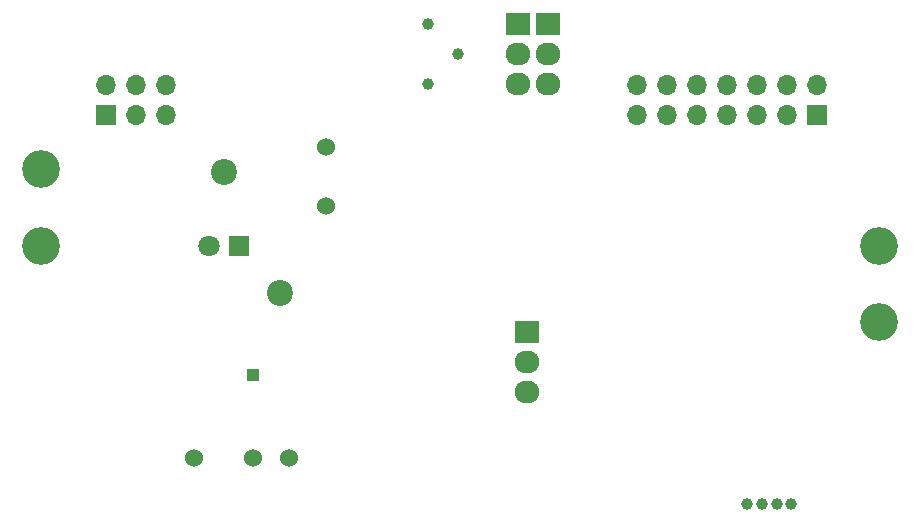
<source format=gbr>
G04 #@! TF.FileFunction,Soldermask,Bot*
%FSLAX46Y46*%
G04 Gerber Fmt 4.6, Leading zero omitted, Abs format (unit mm)*
G04 Created by KiCad (PCBNEW 4.0.6-e0-6349~52~ubuntu17.04.1) date Thu Jul  6 18:27:12 2017*
%MOMM*%
%LPD*%
G01*
G04 APERTURE LIST*
%ADD10C,0.100000*%
%ADD11C,3.200000*%
%ADD12R,1.000000X1.000000*%
%ADD13R,1.800000X1.800000*%
%ADD14C,1.800000*%
%ADD15C,1.524000*%
%ADD16C,1.000000*%
%ADD17R,2.100000X1.900000*%
%ADD18O,2.100000X1.900000*%
%ADD19R,1.700000X1.700000*%
%ADD20O,1.700000X1.700000*%
%ADD21C,2.200000*%
G04 APERTURE END LIST*
D10*
D11*
X109500000Y-103500000D03*
X180500000Y-116500000D03*
X109500000Y-110000000D03*
D12*
X127444500Y-120967500D03*
X127444500Y-120967500D03*
D13*
X126318000Y-109996000D03*
D14*
X123778000Y-109996000D03*
D15*
X133684000Y-101654000D03*
X133684000Y-106654000D03*
D16*
X169304000Y-131840000D03*
X170554000Y-131840000D03*
X173054000Y-131840000D03*
X171804000Y-131840000D03*
D17*
X150622000Y-117348000D03*
D18*
X150622000Y-119888000D03*
X150622000Y-122428000D03*
D17*
X149940000Y-91200000D03*
D18*
X149940000Y-93740000D03*
X149940000Y-96280000D03*
D17*
X152480000Y-91200000D03*
D18*
X152480000Y-93740000D03*
X152480000Y-96280000D03*
D16*
X142320000Y-96280000D03*
X142320000Y-91200000D03*
X144860000Y-93740000D03*
D19*
X115015000Y-98947000D03*
D20*
X115015000Y-96407000D03*
X117555000Y-98947000D03*
X117555000Y-96407000D03*
X120095000Y-98947000D03*
X120095000Y-96407000D03*
D19*
X175213000Y-98947000D03*
D20*
X175213000Y-96407000D03*
X172673000Y-98947000D03*
X172673000Y-96407000D03*
X170133000Y-98947000D03*
X170133000Y-96407000D03*
X167593000Y-98947000D03*
X167593000Y-96407000D03*
X165053000Y-98947000D03*
X165053000Y-96407000D03*
X162513000Y-98947000D03*
X162513000Y-96407000D03*
X159973000Y-98947000D03*
X159973000Y-96407000D03*
D11*
X180500000Y-110000000D03*
D15*
X130492500Y-128016000D03*
X127468000Y-128016000D03*
X122468000Y-128016000D03*
D21*
X129750000Y-114000000D03*
X125000000Y-103750000D03*
M02*

</source>
